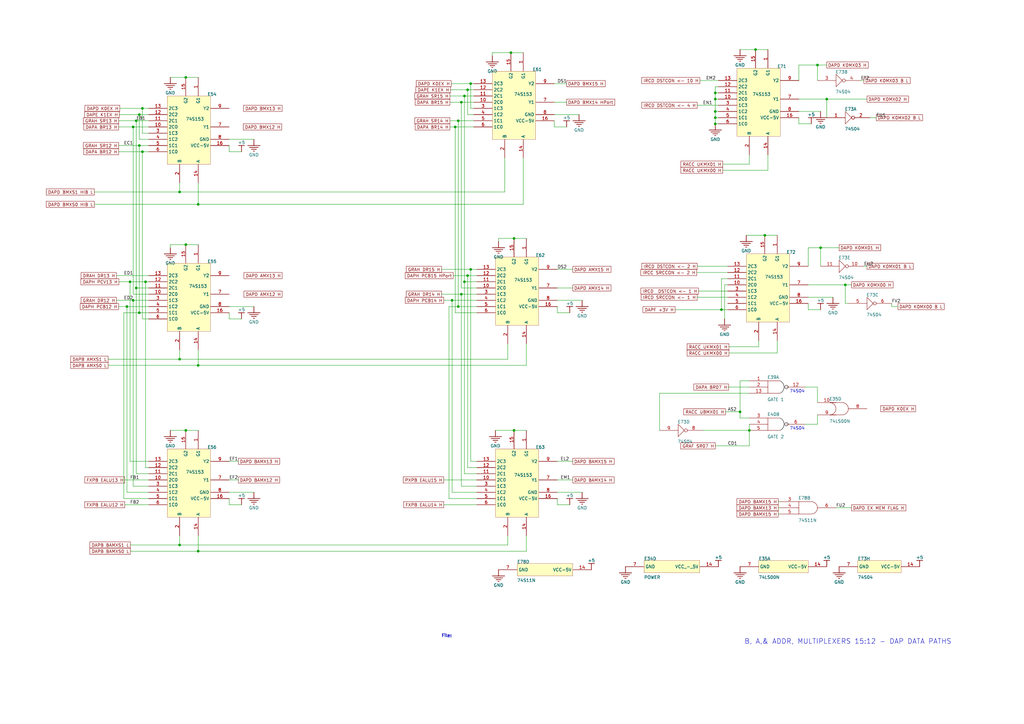
<source format=kicad_sch>
(kicad_sch (version 20250114) (generator "eeschema") (generator_version "9.0")
  (paper "A3")
  (title_block (title "B, A, & ADDR MULTIPLEXERS 15:12") (date "2025-01-19") (rev "1"))
  (lib_symbols
    (symbol "Untitled-altium-import:+5_BAR" (power)
      (property "Value" "+5" (at 0 -3.81 0))
      (symbol "+5_BAR_0_0"
        (polyline (pts (xy -1.27 -2.54) (xy 1.27 -2.54)) (stroke (width 0.254)))
        (polyline (pts (xy 0 0) (xy 0 -2.54)) (stroke (width 0.254)))
        (pin power_in line (at 0 0 0) (length 0) (hide yes) (name "+5") (number ""))
      )
    )
    (symbol "Untitled-altium-import:GND_POWER_GROUND" (power)
      (property "Value" "GND" (at 0 -6.35 0))
      (symbol "GND_POWER_GROUND_0_0"
        (polyline (pts (xy -2.54 -2.54) (xy 2.54 -2.54)) (stroke (width 0.254)))
        (polyline (pts (xy -1.778 -3.302) (xy 1.778 -3.302)) (stroke (width 0.254)))
        (polyline (pts (xy -1.016 -4.064) (xy 1.016 -4.064)) (stroke (width 0.254)))
        (polyline (pts (xy -0.254 -4.826) (xy 0.254 -4.826)) (stroke (width 0.254)))
        (polyline (pts (xy 0 0) (xy 0 -2.54)) (stroke (width 0.254)))
        (pin power_in line (at 0 0 0) (length 0) (hide yes) (name "GND") (number ""))
      )
    )
    (symbol "Untitled-altium-import:root_0_74LS00N"
      (symbol "root_0_74LS00N_1_0"
        (rectangle (start 20.32 5.08) (end 0 0) (stroke (width 0.0254) (color 128 0 0 1)) (fill (type background)))
        (pin passive line (at -7.62 2.54 0) (length 7.62) (name "GND") (number "7"))
        (pin passive line (at 27.94 2.54 180) (length 7.62) (name "VCC-5V") (number "14"))
      )
      (symbol "root_0_74LS00N_2_0"
        (polyline (pts (xy 0 5.08) (xy 5.08 5.08)))
        (arc (start 0.0939 5.0412) (mid 2.503 2.5416) (end 0.097 0.0389))
        (polyline (pts (xy 0 0) (xy 5.08 0)))
        (arc (start 5.1739 5.0412) (mid 7.583 2.5416) (end 5.177 0.0389))
        (pin passive line (at -5.08 5.08 0) (length 7.62) (name "A1") (number "1"))
        (pin passive line (at -5.08 0 0) (length 7.62) (name "B1") (number "2"))
        (pin passive line (at 15.24 2.54 180) (length 7.62) (name "Y1") (number "3"))
      )
      (symbol "root_0_74LS00N_3_0"
        (polyline (pts (xy 0 5.08) (xy 5.08 5.08)))
        (arc (start 0.0939 5.0412) (mid 2.503 2.5416) (end 0.097 0.0389))
        (polyline (pts (xy 0 0) (xy 5.08 0)))
        (arc (start 5.1739 5.0412) (mid 7.583 2.5416) (end 5.177 0.0389))
        (pin passive line (at -5.08 5.08 0) (length 7.62) (name "A2") (number "4"))
        (pin passive line (at -5.08 0 0) (length 7.62) (name "B2") (number "5"))
        (pin passive line (at 15.24 2.54 180) (length 7.62) (name "Y2") (number "6"))
      )
      (symbol "root_0_74LS00N_4_0"
        (polyline (pts (xy 0 5.08) (xy 5.08 5.08)))
        (arc (start 0.0939 5.0412) (mid 2.503 2.5416) (end 0.097 0.0389))
        (polyline (pts (xy 0 0) (xy 5.08 0)))
        (arc (start 5.1739 5.0412) (mid 7.583 2.5416) (end 5.177 0.0389))
        (pin passive line (at -5.08 5.08 0) (length 7.62) (name "B3") (number "10"))
        (pin passive line (at -5.08 0 0) (length 7.62) (name "A3") (number "9"))
        (pin passive line (at 15.24 2.54 180) (length 7.62) (name "Y3") (number "8"))
      )
      (symbol "root_0_74LS00N_5_0"
        (polyline (pts (xy 0 5.08) (xy 5.08 5.08)))
        (arc (start 0.0939 5.0412) (mid 2.503 2.5416) (end 0.097 0.0389))
        (polyline (pts (xy 0 0) (xy 5.08 0)))
        (arc (start 5.1739 5.0412) (mid 7.583 2.5416) (end 5.177 0.0389))
        (pin passive line (at -5.08 5.08 0) (length 7.62) (name "A4") (number "12"))
        (pin passive line (at -5.08 0 0) (length 7.62) (name "B4") (number "13"))
        (pin passive line (at 15.24 2.54 180) (length 7.62) (name "Y4") (number "11"))
      )
    )
    (symbol "Untitled-altium-import:root_0_74S04"
      (symbol "root_0_74S04_1_0"
        (polyline (pts (xy 7.62 -2.54) (xy 7.62 2.54) (xy 10.16 0) (xy 7.62 -2.54)))
        (pin input line (at 0 0 0) (length 7.62) (name "1A") (number "1"))
        (pin passive inverted (at 17.78 0 180) (length 7.62) (name "1Y") (number "2"))
      )
      (symbol "root_0_74S04_2_0"
        (polyline (pts (xy 7.62 -2.54) (xy 7.62 2.54) (xy 10.16 0) (xy 7.62 -2.54)))
        (pin input line (at 0 0 0) (length 7.62) (name "1A") (number "3"))
        (pin passive inverted (at 17.78 0 180) (length 7.62) (name "1Y") (number "4"))
      )
      (symbol "root_0_74S04_3_0"
        (polyline (pts (xy 7.62 -2.54) (xy 7.62 2.54) (xy 10.16 0) (xy 7.62 -2.54)))
        (pin input line (at 0 0 0) (length 7.62) (name "3A") (number "5"))
        (pin passive inverted (at 17.78 0 180) (length 7.62) (name "3Y") (number "6"))
      )
      (symbol "root_0_74S04_4_0"
        (polyline (pts (xy 7.62 -2.54) (xy 7.62 2.54) (xy 10.16 0) (xy 7.62 -2.54)))
        (pin input line (at 0 0 0) (length 7.62) (name "4A") (number "9"))
        (pin passive inverted (at 17.78 0 180) (length 7.62) (name "4Y") (number "8"))
      )
      (symbol "root_0_74S04_5_0"
        (polyline (pts (xy 7.62 -2.54) (xy 7.62 2.54) (xy 10.16 0) (xy 7.62 -2.54)))
        (pin input line (at 0 0 0) (length 7.62) (name "5A") (number "11"))
        (pin passive inverted (at 17.78 0 180) (length 7.62) (name "5Y") (number "10"))
      )
      (symbol "root_0_74S04_7_0"
        (polyline (pts (xy 7.62 -2.54) (xy 7.62 2.54) (xy 10.16 0) (xy 7.62 -2.54)))
        (pin input line (at 0 0 0) (length 7.62) (name "6A") (number "13"))
        (pin passive inverted (at 17.78 0 180) (length 7.62) (name "6Y") (number "12"))
      )
      (symbol "root_0_74S04_8_0"
        (rectangle (start 17.78 2.54) (end 0 -2.54) (stroke (width 0.0254) (color 128 0 0 1)) (fill (type background)))
        (pin passive line (at -7.62 0 0) (length 7.62) (name "GND") (number "7"))
        (pin passive line (at 25.4 0 180) (length 7.62) (name "VCC-5V") (number "14"))
      )
    )
    (symbol "Untitled-altium-import:root_0_74S10"
      (symbol "root_0_74S10_1_0"
        (polyline (pts (xy 0 5.08) (xy 5.08 5.08)))
        (polyline (pts (xy 0 5.08) (xy 0 0)))
        (polyline (pts (xy 0 0) (xy 5.08 0)))
        (arc (start 5.2061 4.9717) (mid 6.614 2.5424) (end 5.2102 0.1106) (stroke (width 0) (color 0 0 0 1)))
        (circle (center 7.62 2.54) (radius 0.702) (stroke (width 0) (color 0 0 0 1)))
        (pin passive line (at -7.62 5.08 0) (length 7.62) (name "A1") (number "1"))
        (pin passive line (at -7.62 2.54 0) (length 7.62) (name "B1") (number "2"))
        (pin passive line (at -7.62 0 0) (length 7.62) (name "C1") (number "13"))
        (pin passive line (at 15.24 2.54 180) (length 7.62) (name "Y1") (number "12"))
      )
      (symbol "root_0_74S10_2_0"
        (polyline (pts (xy 0 5.08) (xy 5.08 5.08)))
        (polyline (pts (xy 0 5.08) (xy 0 0)))
        (polyline (pts (xy 0 0) (xy 5.08 0)))
        (arc (start 5.2061 4.9717) (mid 6.614 2.5424) (end 5.2102 0.1106) (stroke (width 0) (color 0 0 0 1)))
        (circle (center 7.62 2.54) (radius 0.702) (stroke (width 0) (color 0 0 0 1)))
        (pin passive line (at -7.62 5.08 0) (length 7.62) (name "A2") (number "3"))
        (pin passive line (at -7.62 2.54 0) (length 7.62) (name "B2") (number "4"))
        (pin passive line (at -7.62 0 0) (length 7.62) (name "C2") (number "5"))
        (pin passive line (at 15.24 2.54 180) (length 7.62) (name "Y2") (number "6"))
      )
      (symbol "root_0_74S10_3_0"
        (polyline (pts (xy 0 5.08) (xy 0 0)))
        (polyline (pts (xy 0 5.08) (xy 5.08 5.08)))
        (polyline (pts (xy 0 0) (xy 5.08 0)))
        (arc (start 5.2061 4.9717) (mid 6.614 2.5424) (end 5.2102 0.1106) (stroke (width 0) (color 0 0 0 1)))
        (circle (center 7.62 2.54) (radius 0.702) (stroke (width 0) (color 0 0 0 1)))
        (pin passive line (at -7.62 5.08 0) (length 7.62) (name "A3") (number "9"))
        (pin passive line (at -7.62 2.54 0) (length 7.62) (name "B3") (number "10"))
        (pin passive line (at -7.62 0 0) (length 7.62) (name "C3") (number "11"))
        (pin passive line (at 15.24 2.54 180) (length 7.62) (name "Y3") (number "8"))
      )
      (symbol "root_0_74S10_4_0"
        (rectangle (start 22.86 5.08) (end 0 0) (stroke (width 0.0254) (color 128 0 0 1)) (fill (type background)))
        (pin passive line (at -7.62 2.54 0) (length 7.62) (name "GND") (number "7"))
        (pin passive line (at 30.48 2.54 180) (length 7.62) (name "VCC_-_5V") (number "14"))
      )
    )
    (symbol "Untitled-altium-import:root_0_74S11N"
      (symbol "root_0_74S11N_1_0"
        (polyline (pts (xy 50.8 25.4) (xy 45.72 25.4) (xy 45.72 20.32) (xy 50.8 20.32)))
        (arc (start 50.9279 25.3898) (mid 53.333 22.8614) (end 50.9307 20.3304))
        (pin passive line (at 38.1 25.4 0) (length 7.62) (name "1A") (number "1"))
        (pin passive line (at 38.1 22.86 0) (length 7.62) (name "1B") (number "2"))
        (pin passive line (at 38.1 20.32 0) (length 7.62) (name "1C") (number "13"))
        (pin passive line (at 60.96 22.86 180) (length 7.62) (name "1Y") (number "12"))
      )
      (symbol "root_0_74S11N_2_0"
        (polyline (pts (xy 5.08 5.08) (xy 0 5.08) (xy 0 0) (xy 5.08 0)))
        (arc (start 5.2079 5.0698) (mid 7.613 2.5414) (end 5.2107 0.0104))
        (pin passive line (at -7.62 5.08 0) (length 7.62) (name "2A") (number "3"))
        (pin passive line (at -7.62 2.54 0) (length 7.62) (name "2B") (number "4"))
        (pin passive line (at -7.62 0 0) (length 7.62) (name "2C") (number "5"))
        (pin passive line (at 15.24 2.54 180) (length 7.62) (name "2Y") (number "6"))
      )
      (symbol "root_0_74S11N_3_0"
        (polyline (pts (xy 5.08 5.08) (xy 0 5.08) (xy 0 0) (xy 5.08 0)))
        (arc (start 5.2079 5.0698) (mid 7.613 2.5414) (end 5.2107 0.0104))
        (pin passive line (at -7.62 5.08 0) (length 7.62) (name "3A") (number "9"))
        (pin passive line (at -7.62 2.54 0) (length 7.62) (name "3B") (number "10"))
        (pin passive line (at -7.62 0 0) (length 7.62) (name "3C") (number "11"))
        (pin passive line (at 15.24 2.54 180) (length 7.62) (name "3Y") (number "8"))
      )
      (symbol "root_0_74S11N_4_0"
        (rectangle (start 22.86 5.08) (end 0 0) (stroke (width 0.0254) (color 128 0 0 1)) (fill (type background)))
        (pin passive line (at -7.62 2.54 0) (length 7.62) (name "GND") (number "7"))
        (pin passive line (at 30.48 2.54 180) (length 7.62) (name "VCC-5V") (number "14"))
      )
    )
    (symbol "Untitled-altium-import:root_0_74S153"
      (symbol "root_0_74S153_1_0"
        (rectangle (start 27.94 27.94) (end 10.16 0) (stroke (width 0.0254) (color 128 0 0 1)) (fill (type background)))
        (pin passive line (at 2.54 22.86 0) (length 7.62) (name "2C3") (number "13"))
        (pin passive line (at 2.54 20.32 0) (length 7.62) (name "2C2") (number "12"))
        (pin passive line (at 2.54 17.78 0) (length 7.62) (name "2C1") (number "11"))
        (pin passive line (at 2.54 15.24 0) (length 7.62) (name "2C0") (number "10"))
        (pin passive line (at 2.54 12.7 0) (length 7.62) (name "1C3") (number "3"))
        (pin passive line (at 2.54 10.16 0) (length 7.62) (name "1C2") (number "4"))
        (pin passive line (at 2.54 7.62 0) (length 7.62) (name "1C1") (number "5"))
        (pin passive line (at 2.54 5.08 0) (length 7.62) (name "1C0") (number "6"))
        (pin passive line (at 15.24 -7.62 90) (length 7.62) (name "B") (number "2"))
        (pin passive line (at 17.78 35.56 270) (length 7.62) (name "G2") (number "15"))
        (pin passive line (at 22.86 35.56 270) (length 7.62) (name "G1") (number "1"))
        (pin passive line (at 22.86 -7.62 90) (length 7.62) (name "A") (number "14"))
        (pin passive line (at 35.56 22.86 180) (length 7.62) (name "Y2") (number "9"))
        (pin passive line (at 35.56 15.24 180) (length 7.62) (name "Y1") (number "7"))
        (pin passive line (at 35.56 10.16 180) (length 7.62) (name "GND") (number "8"))
        (pin passive line (at 35.56 7.62 180) (length 7.62) (name "VCC-5V") (number "16"))
      )
    )
  )
  (text "File:" (at 181.015 261.62 0) (effects (font (size 1.27 1.27) (thickness 0.254) (bold yes)) (justify left bottom)))
  (text "74S04" (at 323.85 161.29 0) (effects (font (size 1.27 1.27)) (justify left bottom)))
  (text "74S04" (at 471.17 306.07 0) (effects (font (size 1.27 1.27)) (justify left bottom)))
  (text "74S04" (at 323.85 176.53 0) (effects (font (size 1.27 1.27)) (justify left bottom)))
  (text "B, A,& ADDR, MULTIPLEXERS 15:12 - DAP DATA PATHS" (at 305.308 264.414 0) (effects (font (size 2.032 2.032)) (justify left bottom)))
  (junction (at 52.07 125.73))
  (junction (at 57.15 46.99))
  (junction (at 73.66 223.52))
  (junction (at 187.96 49.53))
  (junction (at 190.5 39.37))
  (junction (at 53.34 115.57))
  (junction (at 303.53 168.91))
  (junction (at 307.34 176.53))
  (junction (at 76.2 100.33))
  (junction (at 54.61 123.19))
  (junction (at 293.37 50.8))
  (junction (at 210.82 176.53))
  (junction (at 335.28 26.67))
  (junction (at 313.69 96.52))
  (junction (at 293.37 45.72))
  (junction (at 81.28 149.86))
  (junction (at 76.2 31.75))
  (junction (at 336.55 101.6))
  (junction (at 58.42 44.45))
  (junction (at 191.77 36.83))
  (junction (at 293.37 48.26))
  (junction (at 186.69 52.07))
  (junction (at 193.04 110.49))
  (junction (at 81.28 226.06))
  (junction (at 190.5 115.57))
  (junction (at 346.71 116.84))
  (junction (at 55.88 49.53))
  (junction (at 59.69 115.57))
  (junction (at 58.42 62.23))
  (junction (at 76.2 176.53))
  (junction (at 81.28 83.82))
  (junction (at 73.66 78.74))
  (junction (at 73.66 147.32))
  (junction (at 293.37 40.64))
  (junction (at 189.23 120.65))
  (junction (at 210.82 97.79))
  (junction (at 309.88 20.32))
  (junction (at 295.91 127))
  (junction (at 185.42 123.19))
  (junction (at 209.55 21.59))
  (junction (at 193.04 34.29))
  (junction (at 293.37 38.1))
  (junction (at 55.88 118.11))
  (junction (at 54.61 52.07))
  (junction (at 57.15 59.69))
  (junction (at 191.77 113.03))
  (junction (at 189.23 41.91))
  (junction (at 339.09 40.64))
  (junction (at 57.15 128.27))
  (junction (at 187.96 125.73))
  (wire (pts (xy 215.9 226.06) (xy 215.9 219.71)))
  (wire (pts (xy 186.69 128.27) (xy 195.58 128.27)))
  (wire (pts (xy 59.69 115.57) (xy 60.96 115.57)))
  (wire (pts (xy 187.96 125.73) (xy 195.58 125.73)))
  (wire (pts (xy 189.23 41.91) (xy 189.23 118.11)))
  (wire (pts (xy 184.786 36.83) (xy 191.77 36.83)))
  (wire (pts (xy 227.33 52.07) (xy 227.33 49.53)))
  (wire (pts (xy 53.34 115.57) (xy 59.69 115.57)))
  (wire (pts (xy 309.88 20.32) (xy 314.96 20.32)))
  (wire (pts (xy 285.922 43.18) (xy 294.64 43.18)))
  (wire (pts (xy 182 123.19) (xy 185.42 123.19)))
  (wire (pts (xy 190.5 115.57) (xy 190.5 194.31)))
  (wire (pts (xy 331.47 101.6) (xy 336.55 101.6)))
  (wire (pts (xy 294.64 35.56) (xy 293.37 35.56)))
  (wire (pts (xy 303.53 20.32) (xy 309.88 20.32)))
  (wire (pts (xy 81.28 226.06) (xy 215.9 226.06)))
  (wire (pts (xy 234.95 189.23) (xy 228.6 189.23)))
  (wire (pts (xy 193.04 44.45) (xy 194.31 44.45)))
  (wire (pts (xy 81.28 83.82) (xy 214.63 83.82)))
  (wire (pts (xy 73.66 78.74) (xy 207.01 78.74)))
  (wire (pts (xy 104.14 57.15) (xy 93.98 57.15)))
  (wire (pts (xy 47.755 123.19) (xy 54.61 123.19)))
  (wire (pts (xy 285.925 121.92) (xy 298.45 121.92)))
  (wire (pts (xy 81.28 100.33) (xy 76.2 100.33)))
  (wire (pts (xy 233.68 128.27) (xy 228.6 128.27)))
  (wire (pts (xy 327.66 50.8) (xy 327.66 48.26)))
  (wire (pts (xy 339.09 40.64) (xy 355.6 40.64)))
  (wire (pts (xy 319.166 210.82) (xy 320.04 210.82)))
  (wire (pts (xy 50.8 204.47) (xy 60.96 204.47)))
  (wire (pts (xy 294.64 38.1) (xy 293.37 38.1)))
  (wire (pts (xy 232.41 41.91) (xy 227.33 41.91)))
  (wire (pts (xy 93.98 62.23) (xy 93.98 59.69)))
  (wire (pts (xy 69.85 100.33) (xy 69.85 101.6)))
  (wire (pts (xy 184.15 204.47) (xy 195.58 204.47)))
  (wire (pts (xy 81.28 219.71) (xy 81.28 226.06)))
  (wire (pts (xy 58.42 62.23) (xy 58.42 130.81)))
  (wire (pts (xy 237.49 46.99) (xy 227.33 46.99)))
  (wire (pts (xy 52.07 125.73) (xy 60.96 125.73)))
  (wire (pts (xy 55.88 118.11) (xy 60.96 118.11)))
  (wire (pts (xy 99.06 62.23) (xy 93.98 62.23)))
  (wire (pts (xy 59.69 115.57) (xy 59.69 191.77)))
  (wire (pts (xy 185.874 113.03) (xy 191.77 113.03)))
  (wire (pts (xy 187.96 49.53) (xy 194.31 49.53)))
  (wire (pts (xy 38.695 78.74) (xy 73.66 78.74)))
  (wire (pts (xy 54.61 52.07) (xy 54.61 120.65)))
  (wire (pts (xy 294.64 48.26) (xy 293.37 48.26)))
  (wire (pts (xy 73.66 78.74) (xy 73.66 74.93)))
  (wire (pts (xy 184.534 39.37) (xy 190.5 39.37)))
  (wire (pts (xy 191.77 36.83) (xy 191.77 46.99)))
  (wire (pts (xy 187.96 49.53) (xy 187.96 125.73)))
  (wire (pts (xy 232.41 34.29) (xy 227.33 34.29)))
  (wire (pts (xy 295.91 127) (xy 298.45 127)))
  (wire (pts (xy 307.34 176.53) (xy 307.34 173.99)))
  (wire (pts (xy 48.644 49.53) (xy 55.88 49.53)))
  (wire (pts (xy 81.28 149.86) (xy 81.28 143.51)))
  (wire (pts (xy 208.28 223.52) (xy 208.28 219.71)))
  (wire (pts (xy 48.644 52.07) (xy 54.61 52.07)))
  (wire (pts (xy 191.77 36.83) (xy 194.31 36.83)))
  (wire (pts (xy 47.755 113.03) (xy 60.96 113.03)))
  (wire (pts (xy 346.71 116.84) (xy 349.25 116.84)))
  (wire (pts (xy 190.5 115.57) (xy 195.58 115.57)))
  (wire (pts (xy 298.974 144.78) (xy 318.77 144.78)))
  (wire (pts (xy 73.66 223.52) (xy 208.28 223.52)))
  (wire (pts (xy 51.192 207.01) (xy 60.96 207.01)))
  (wire (pts (xy 58.42 44.45) (xy 58.42 54.61)))
  (wire (pts (xy 57.15 128.27) (xy 50.8 128.27)))
  (wire (pts (xy 285.922 109.22) (xy 298.45 109.22)))
  (wire (pts (xy 293.373 182.88) (xy 307.34 182.88)))
  (wire (pts (xy 52.07 125.73) (xy 52.07 201.93)))
  (wire (pts (xy 306.07 96.52) (xy 313.69 96.52)))
  (wire (pts (xy 346.71 124.46) (xy 347.98 124.46)))
  (wire (pts (xy 332.74 50.8) (xy 327.66 50.8)))
  (wire (pts (xy 295.91 114.3) (xy 295.91 127)))
  (wire (pts (xy 276.877 127) (xy 295.91 127)))
  (wire (pts (xy 97.79 189.23) (xy 93.98 189.23)))
  (wire (pts (xy 57.15 46.99) (xy 60.96 46.99)))
  (wire (pts (xy 298.45 158.75) (xy 307.34 158.75)))
  (wire (pts (xy 185.42 201.93) (xy 195.58 201.93)))
  (wire (pts (xy 359.41 48.26) (xy 356.87 48.26)))
  (wire (pts (xy 285.798 111.76) (xy 298.45 111.76)))
  (wire (pts (xy 307.34 156.21) (xy 303.53 156.21)))
  (wire (pts (xy 293.37 40.64) (xy 293.37 45.72)))
  (wire (pts (xy 354.33 33.02) (xy 353.06 33.02)))
  (wire (pts (xy 331.47 127) (xy 331.47 124.46)))
  (wire (pts (xy 182.002 207.01) (xy 195.58 207.01)))
  (wire (pts (xy 81.28 74.93) (xy 81.28 83.82)))
  (wire (pts (xy 99.06 207.01) (xy 93.98 207.01)))
  (wire (pts (xy 187.96 125.73) (xy 184.15 125.73)))
  (wire (pts (xy 73.66 219.71) (xy 73.66 223.52)))
  (wire (pts (xy 57.15 46.99) (xy 57.15 57.15)))
  (wire (pts (xy 331.47 116.84) (xy 346.71 116.84)))
  (wire (pts (xy 48.644 59.69) (xy 57.15 59.69)))
  (wire (pts (xy 54.61 199.39) (xy 60.96 199.39)))
  (wire (pts (xy 298.45 116.84) (xy 297.18 116.84)))
  (wire (pts (xy 186.69 52.07) (xy 194.31 52.07)))
  (wire (pts (xy 293.37 45.72) (xy 293.37 48.26)))
  (wire (pts (xy 69.85 31.75) (xy 76.2 31.75)))
  (wire (pts (xy 181.105 120.65) (xy 189.23 120.65)))
  (wire (pts (xy 365.76 124.46) (xy 365.76 125.73)))
  (wire (pts (xy 297.578 168.91) (xy 303.53 168.91)))
  (wire (pts (xy 311.15 142.24) (xy 311.15 139.7)))
  (wire (pts (xy 191.77 191.77) (xy 195.58 191.77)))
  (wire (pts (xy 184.534 41.91) (xy 189.23 41.91)))
  (wire (pts (xy 76.2 176.53) (xy 81.28 176.53)))
  (wire (pts (xy 54.61 123.19) (xy 54.61 199.39)))
  (wire (pts (xy 185.42 123.19) (xy 195.58 123.19)))
  (wire (pts (xy 346.71 116.84) (xy 346.71 124.46)))
  (wire (pts (xy 57.15 59.69) (xy 60.96 59.69)))
  (wire (pts (xy 81.28 149.86) (xy 215.9 149.86)))
  (wire (pts (xy 57.15 128.27) (xy 60.96 128.27)))
  (wire (pts (xy 44.331 147.32) (xy 73.66 147.32)))
  (wire (pts (xy 190.5 39.37) (xy 194.31 39.37)))
  (wire (pts (xy 270.51 176.53) (xy 270.51 161.29)))
  (wire (pts (xy 201.93 22.86) (xy 201.93 21.59)))
  (wire (pts (xy 307.34 67.31) (xy 307.34 63.5)))
  (wire (pts (xy 228.6 207.01) (xy 228.6 204.47)))
  (wire (pts (xy 189.23 199.39) (xy 195.58 199.39)))
  (wire (pts (xy 53.481 226.06) (xy 81.28 226.06)))
  (wire (pts (xy 38.695 83.82) (xy 81.28 83.82)))
  (wire (pts (xy 293.37 35.56) (xy 293.37 38.1)))
  (wire (pts (xy 209.55 21.59) (xy 214.63 21.59)))
  (wire (pts (xy 99.06 130.81) (xy 93.98 130.81)))
  (wire (pts (xy 210.82 97.79) (xy 215.9 97.79)))
  (wire (pts (xy 365.76 125.73) (xy 368.3 125.73)))
  (wire (pts (xy 73.66 147.32) (xy 73.66 143.51)))
  (wire (pts (xy 341.63 121.92) (xy 331.47 121.92)))
  (wire (pts (xy 55.88 194.31) (xy 60.96 194.31)))
  (wire (pts (xy 339.09 48.26) (xy 339.09 40.64)))
  (wire (pts (xy 303.53 156.21) (xy 303.53 168.91)))
  (wire (pts (xy 51.192 196.85) (xy 60.96 196.85)))
  (wire (pts (xy 215.9 149.86) (xy 215.9 140.97)))
  (wire (pts (xy 319.166 205.74) (xy 320.04 205.74)))
  (wire (pts (xy 330.2 158.75) (xy 335.28 158.75)))
  (wire (pts (xy 58.42 62.23) (xy 60.96 62.23)))
  (wire (pts (xy 54.61 123.19) (xy 60.96 123.19)))
  (wire (pts (xy 298.45 114.3) (xy 295.91 114.3)))
  (wire (pts (xy 336.55 101.6) (xy 344.17 101.6)))
  (wire (pts (xy 238.76 123.19) (xy 228.6 123.19)))
  (wire (pts (xy 294.64 45.72) (xy 293.37 45.72)))
  (wire (pts (xy 193.04 34.29) (xy 193.04 44.45)))
  (wire (pts (xy 53.34 115.57) (xy 53.34 189.23)))
  (wire (pts (xy 189.23 41.91) (xy 194.31 41.91)))
  (wire (pts (xy 335.28 33.02) (xy 335.28 26.67)))
  (wire (pts (xy 104.14 201.93) (xy 93.98 201.93)))
  (wire (pts (xy 335.28 158.75) (xy 335.28 165.1)))
  (wire (pts (xy 270.51 161.29) (xy 307.34 161.29)))
  (wire (pts (xy 58.42 54.61) (xy 60.96 54.61)))
  (wire (pts (xy 97.79 196.85) (xy 93.98 196.85)))
  (wire (pts (xy 296.434 69.85) (xy 314.96 69.85)))
  (wire (pts (xy 48.644 62.23) (xy 58.42 62.23)))
  (wire (pts (xy 181.105 110.49) (xy 193.04 110.49)))
  (wire (pts (xy 313.69 96.52) (xy 318.77 96.52)))
  (wire (pts (xy 55.88 118.11) (xy 55.88 194.31)))
  (wire (pts (xy 335.28 173.99) (xy 335.28 170.18)))
  (wire (pts (xy 318.77 144.78) (xy 318.77 139.7)))
  (wire (pts (xy 184.534 49.53) (xy 187.96 49.53)))
  (wire (pts (xy 193.04 110.49) (xy 193.04 189.23)))
  (wire (pts (xy 204.47 97.79) (xy 210.82 97.79)))
  (wire (pts (xy 232.41 52.07) (xy 227.33 52.07)))
  (wire (pts (xy 185.42 123.19) (xy 185.42 201.93)))
  (wire (pts (xy 286.496 119.38) (xy 298.45 119.38)))
  (wire (pts (xy 207.01 78.74) (xy 207.01 64.77)))
  (wire (pts (xy 186.69 52.07) (xy 186.69 128.27)))
  (wire (pts (xy 330.2 173.99) (xy 335.28 173.99)))
  (wire (pts (xy 319.166 208.28) (xy 320.04 208.28)))
  (wire (pts (xy 228.6 128.27) (xy 228.6 125.73)))
  (wire (pts (xy 44.331 149.86) (xy 81.28 149.86)))
  (wire (pts (xy 53.481 223.52) (xy 73.66 223.52)))
  (wire (pts (xy 76.2 31.75) (xy 81.28 31.75)))
  (wire (pts (xy 191.77 46.99) (xy 194.31 46.99)))
  (wire (pts (xy 303.53 168.91) (xy 303.53 171.45)))
  (wire (pts (xy 335.28 26.67) (xy 339.09 26.67)))
  (wire (pts (xy 73.66 147.32) (xy 208.28 147.32)))
  (wire (pts (xy 297.18 116.84) (xy 297.18 130.81)))
  (wire (pts (xy 214.63 83.82) (xy 214.63 64.77)))
  (wire (pts (xy 191.77 113.03) (xy 191.77 191.77)))
  (wire (pts (xy 104.14 125.73) (xy 93.98 125.73)))
  (wire (pts (xy 314.96 69.85) (xy 314.96 63.5)))
  (wire (pts (xy 210.82 176.53) (xy 215.9 176.53)))
  (wire (pts (xy 234.95 196.85) (xy 228.6 196.85)))
  (wire (pts (xy 288.29 176.53) (xy 307.34 176.53)))
  (wire (pts (xy 184.15 125.73) (xy 184.15 204.47)))
  (wire (pts (xy 48.896 46.99) (xy 57.15 46.99)))
  (wire (pts (xy 55.88 49.53) (xy 60.96 49.53)))
  (wire (pts (xy 48.65 125.73) (xy 52.07 125.73)))
  (wire (pts (xy 336.55 45.72) (xy 327.66 45.72)))
  (wire (pts (xy 354.33 109.22) (xy 355.6 109.22)))
  (wire (pts (xy 52.07 201.93) (xy 60.96 201.93)))
  (wire (pts (xy 58.42 130.81) (xy 60.96 130.81)))
  (wire (pts (xy 293.37 48.26) (xy 293.37 50.8)))
  (wire (pts (xy 93.98 207.01) (xy 93.98 204.47)))
  (wire (pts (xy 203.2 176.53) (xy 210.82 176.53)))
  (wire (pts (xy 193.04 34.29) (xy 194.31 34.29)))
  (wire (pts (xy 193.04 110.49) (xy 195.58 110.49)))
  (wire (pts (xy 307.34 182.88) (xy 307.34 176.53)))
  (wire (pts (xy 49.151 44.45) (xy 58.42 44.45)))
  (wire (pts (xy 293.37 38.1) (xy 293.37 40.64)))
  (wire (pts (xy 234.95 118.11) (xy 228.6 118.11)))
  (wire (pts (xy 93.98 130.81) (xy 93.98 128.27)))
  (wire (pts (xy 184.534 52.07) (xy 186.69 52.07)))
  (wire (pts (xy 331.47 109.22) (xy 331.47 101.6)))
  (wire (pts (xy 234.95 110.49) (xy 228.6 110.49)))
  (wire (pts (xy 327.66 26.67) (xy 335.28 26.67)))
  (wire (pts (xy 76.2 100.33) (xy 69.85 100.33)))
  (wire (pts (xy 327.66 33.02) (xy 327.66 26.67)))
  (wire (pts (xy 349.25 208.28) (xy 342.9 208.28)))
  (wire (pts (xy 293.37 50.8) (xy 294.64 50.8)))
  (wire (pts (xy 193.04 189.23) (xy 195.58 189.23)))
  (wire (pts (xy 55.88 49.53) (xy 55.88 118.11)))
  (wire (pts (xy 48.776 115.57) (xy 53.34 115.57)))
  (wire (pts (xy 53.34 189.23) (xy 60.96 189.23)))
  (wire (pts (xy 238.76 201.93) (xy 228.6 201.93)))
  (wire (pts (xy 303.53 171.45) (xy 307.34 171.45)))
  (wire (pts (xy 59.69 191.77) (xy 60.96 191.77)))
  (wire (pts (xy 57.15 57.15) (xy 60.96 57.15)))
  (wire (pts (xy 54.61 52.07) (xy 60.96 52.07)))
  (wire (pts (xy 296.434 67.31) (xy 307.34 67.31)))
  (wire (pts (xy 190.5 39.37) (xy 190.5 115.57)))
  (wire (pts (xy 294.64 40.64) (xy 293.37 40.64)))
  (wire (pts (xy 298.974 142.24) (xy 311.15 142.24)))
  (wire (pts (xy 201.93 21.59) (xy 209.55 21.59)))
  (wire (pts (xy 185.041 34.29) (xy 193.04 34.29)))
  (wire (pts (xy 204.47 99.06) (xy 204.47 97.79)))
  (wire (pts (xy 182.002 196.85) (xy 195.58 196.85)))
  (wire (pts (xy 287.069 33.02) (xy 294.64 33.02)))
  (wire (pts (xy 54.61 120.65) (xy 60.96 120.65)))
  (wire (pts (xy 336.55 109.22) (xy 336.55 101.6)))
  (wire (pts (xy 50.8 128.27) (xy 50.8 204.47)))
  (wire (pts (xy 69.85 176.53) (xy 76.2 176.53)))
  (wire (pts (xy 327.66 40.64) (xy 339.09 40.64)))
  (wire (pts (xy 191.77 113.03) (xy 195.58 113.03)))
  (wire (pts (xy 189.23 120.65) (xy 195.58 120.65)))
  (wire (pts (xy 208.28 147.32) (xy 208.28 140.97)))
  (wire (pts (xy 233.68 207.01) (xy 228.6 207.01)))
  (wire (pts (xy 189.23 118.11) (xy 195.58 118.11)))
  (wire (pts (xy 189.23 120.65) (xy 189.23 199.39)))
  (wire (pts (xy 58.42 44.45) (xy 60.96 44.45)))
  (wire (pts (xy 336.55 127) (xy 331.47 127)))
  (wire (pts (xy 190.5 194.31) (xy 195.58 194.31)))
  (wire (pts (xy 57.15 59.69) (xy 57.15 128.27)))
  (label "EN1" (at 288.29 43.18 0))
  (label "EF1" (at 93.98 189.23 0))
  (label "EB1" (at 55.88 49.53 0))
  (label "DS2" (at 228.6 110.49 0))
  (label "FV2" (at 365.76 124.46 0))
  (label "EM1" (at 229.87 196.85 0))
  (label "ED1" (at 50.8 113.03 0))
  (label "CD1" (at 298.45 182.88 0))
  (label "ED2" (at 50.8 123.19 0))
  (label "AS2" (at 298.45 168.91 0))
  (label "EU2" (at 354.33 109.22 0))
  (label "FB2" (at 53.34 207.01 0))
  (label "FU2" (at 342.9 208.28 0))
  (label "EF2" (at 93.98 196.85 0))
  (label "EM2" (at 289.56 33.02 0))
  (label "DS1" (at 228.6 34.29 0))
  (label "EC1" (at 50.8 59.69 0))
  (label "EU1" (at 359.41 48.26 0))
  (label "FB1" (at 53.34 196.85 0))
  (label "EL2" (at 229.87 189.23 0))
  (label "ET2" (at 353.06 33.02 0))
  (global_label "DAPB BAMXS1 L" (shape passive) (at 53.481 223.52 180) (property "Intersheetrefs" "${INTERSHEET_REFS}" (at 36.3067 223.52 0) (effects (justify right))))
  (global_label "DAPH PCV13 H" (shape passive) (at 48.776 115.57 180) (property "Intersheetrefs" "${INTERSHEET_REFS}" (at 32.6297 115.57 0) (effects (justify right))))
  (global_label "GRAH DR14 H" (shape passive) (at 181.105 120.65 180) (property "Intersheetrefs" "${INTERSHEET_REFS}" (at 166.0473 120.65 0) (effects (justify right))))
  (global_label "DAPD K0MX01 H" (shape passive) (at 344.17 101.6 0) (property "Intersheetrefs" "${INTERSHEET_REFS}" (at 361.7676 101.6 0) (effects (justify left))))
  (global_label "DAPD BMX15 H" (shape passive) (at 232.41 34.29 0) (property "Intersheetrefs" "${INTERSHEET_REFS}" (at 248.7981 34.29 0) (effects (justify left))))
  (global_label "DAPA BR14 H" (shape passive) (at 184.534 52.07 180) (property "Intersheetrefs" "${INTERSHEET_REFS}" (at 169.7182 52.07 0) (effects (justify right))))
  (global_label "DAPD K0MX03 H" (shape passive) (at 339.09 26.67 0) (property "Intersheetrefs" "${INTERSHEET_REFS}" (at 356.6876 26.67 0) (effects (justify left))))
  (global_label "IRCD DSTCON <- 4 H" (shape passive) (at 285.922 43.18 180) (property "Intersheetrefs" "${INTERSHEET_REFS}" (at 262.7 43.18 0) (effects (justify right))))
  (global_label "IRCD  DSTCON <- 1 H" (shape passive) (at 286.496 119.38 180) (property "Intersheetrefs" "${INTERSHEET_REFS}" (at 262.3064 119.38 0) (effects (justify right))))
  (global_label "FXPB EALU12 H" (shape passive) (at 51.192 207.01 180) (property "Intersheetrefs" "${INTERSHEET_REFS}" (at 34.1991 207.01 0) (effects (justify right))))
  (global_label "DAPH PCB14 H" (shape passive) (at 182 123.19 180) (property "Intersheetrefs" "${INTERSHEET_REFS}" (at 165.6723 123.19 0) (effects (justify right))))
  (global_label "IRCC SRCCON <- 2 H" (shape passive) (at 285.798 111.76 180) (property "Intersheetrefs" "${INTERSHEET_REFS}" (at 262.2736 111.76 0) (effects (justify right))))
  (global_label "GRAH DR12 H" (shape passive) (at 47.755 123.19 180) (property "Intersheetrefs" "${INTERSHEET_REFS}" (at 32.6973 123.19 0) (effects (justify right))))
  (global_label "RACC UKMX01 H" (shape passive) (at 296.434 67.31 180) (property "Intersheetrefs" "${INTERSHEET_REFS}" (at 278.7154 67.31 0) (effects (justify right))))
  (global_label "PXPB EALU15 H" (shape passive) (at 182.002 196.85 180) (property "Intersheetrefs" "${INTERSHEET_REFS}" (at 164.8277 196.85 0) (effects (justify right))))
  (global_label "RACC UKMX01 H" (shape passive) (at 298.974 142.24 180) (property "Intersheetrefs" "${INTERSHEET_REFS}" (at 281.2554 142.24 0) (effects (justify right))))
  (global_label "DAPD K0MX02 B L" (shape passive) (at 359.41 48.26 0) (property "Intersheetrefs" "${INTERSHEET_REFS}" (at 378.9428 48.26 0) (effects (justify left))))
  (global_label "DAPE K1EX H" (shape passive) (at 48.896 46.99 180) (property "Intersheetrefs" "${INTERSHEET_REFS}" (at 34.1408 46.99 0) (effects (justify right))))
  (global_label "FXPB EALU14 H" (shape passive) (at 182.002 207.01 180) (property "Intersheetrefs" "${INTERSHEET_REFS}" (at 165.0091 207.01 0) (effects (justify right))))
  (global_label "DRAH DR13 H" (shape passive) (at 47.755 113.03 180) (property "Intersheetrefs" "${INTERSHEET_REFS}" (at 32.6973 113.03 0) (effects (justify right))))
  (global_label "DAPD K0EX H" (shape passive) (at 185.041 34.29 180) (property "Intersheetrefs" "${INTERSHEET_REFS}" (at 170.1648 34.29 0) (effects (justify right))))
  (global_label "DAPH PCB12 H" (shape passive) (at 48.65 125.73 180) (property "Intersheetrefs" "${INTERSHEET_REFS}" (at 32.3223 125.73 0) (effects (justify right))))
  (global_label "GRAH SR15 H" (shape passive) (at 184.534 39.37 180) (property "Intersheetrefs" "${INTERSHEET_REFS}" (at 169.5368 39.37 0) (effects (justify right))))
  (global_label "DAPD BAMX13 H" (shape passive) (at 319.166 208.28 180) (property "Intersheetrefs" "${INTERSHEET_REFS}" (at 301.6893 208.28 0) (effects (justify right))))
  (global_label "IRCD DSTCON <- 10 H" (shape passive) (at 287.069 33.02 180) (property "Intersheetrefs" "${INTERSHEET_REFS}" (at 262.6375 33.02 0) (effects (justify right))))
  (global_label "DAPE K1EX H" (shape passive) (at 184.786 36.83 180) (property "Intersheetrefs" "${INTERSHEET_REFS}" (at 170.0308 36.83 0) (effects (justify right))))
  (global_label "IRCD SRCCON <- 1 H" (shape passive) (at 285.925 121.92 180) (property "Intersheetrefs" "${INTERSHEET_REFS}" (at 262.4006 121.92 0) (effects (justify right))))
  (global_label "DAPD K0MX03 B L" (shape passive) (at 354.33 33.02 0) (property "Intersheetrefs" "${INTERSHEET_REFS}" (at 373.8628 33.02 0) (effects (justify left))))
  (global_label "DAPD K0MX01 B L" (shape passive) (at 355.6 109.22 0) (property "Intersheetrefs" "${INTERSHEET_REFS}" (at 375.1328 109.22 0) (effects (justify left))))
  (global_label "GRAH DR15 H" (shape passive) (at 181.105 110.49 180) (property "Intersheetrefs" "${INTERSHEET_REFS}" (at 166.0473 110.49 0) (effects (justify right))))
  (global_label "DAPD K0MX00 B L" (shape passive) (at 368.3 125.73 0) (property "Intersheetrefs" "${INTERSHEET_REFS}" (at 387.8328 125.73 0) (effects (justify left))))
  (global_label "RACC UKMX00 H" (shape passive) (at 296.434 69.85 180) (property "Intersheetrefs" "${INTERSHEET_REFS}" (at 278.7154 69.85 0) (effects (justify right))))
  (global_label "DAPD K0EX H" (shape passive) (at 375.541 167.64 180) (property "Intersheetrefs" "${INTERSHEET_REFS}" (at 360.6648 167.64 0) (effects (justify right))))
  (global_label "DAPB AMXS1 L" (shape passive) (at 44.331 147.32 180) (property "Intersheetrefs" "${INTERSHEET_REFS}" (at 28.4267 147.32 0) (effects (justify right))))
  (global_label "GRAF SR07 H" (shape passive) (at 293.373 182.88 180) (property "Intersheetrefs" "${INTERSHEET_REFS}" (at 278.6177 182.88 0) (effects (justify right))))
  (global_label "RACC UKMX00 H" (shape passive) (at 298.974 144.78 180) (property "Intersheetrefs" "${INTERSHEET_REFS}" (at 281.2554 144.78 0) (effects (justify right))))
  (global_label "FXPB EALU13 H" (shape passive) (at 51.192 196.85 180) (property "Intersheetrefs" "${INTERSHEET_REFS}" (at 34.1991 196.85 0) (effects (justify right))))
  (global_label "DAPA BR12 H" (shape passive) (at 48.644 62.23 180) (property "Intersheetrefs" "${INTERSHEET_REFS}" (at 33.8282 62.23 0) (effects (justify right))))
  (global_label "RACC UBMX01 H" (shape passive) (at 297.578 168.91 180) (property "Intersheetrefs" "${INTERSHEET_REFS}" (at 279.8594 168.91 0) (effects (justify right))))
  (global_label "DAPD BAMX15 H" (shape passive) (at 319.166 210.82 180) (property "Intersheetrefs" "${INTERSHEET_REFS}" (at 301.6893 210.82 0) (effects (justify right))))
  (global_label "DAPD AMX13 H" (shape passive) (at 115.707 113.03 180) (property "Intersheetrefs" "${INTERSHEET_REFS}" (at 99.5003 113.03 0) (effects (justify right))))
  (global_label "GRAH SR13 H" (shape passive) (at 48.644 49.53 180) (property "Intersheetrefs" "${INTERSHEET_REFS}" (at 33.6468 49.53 0) (effects (justify right))))
  (global_label "DAPA BR07 H" (shape passive) (at 298.834 158.75 180) (property "Intersheetrefs" "${INTERSHEET_REFS}" (at 284.0182 158.75 0) (effects (justify right))))
  (global_label "DAPF +3V H" (shape passive) (at 276.877 127 180) (property "Intersheetrefs" "${INTERSHEET_REFS}" (at 263.1497 127 0) (effects (justify right))))
  (global_label "DAPD BMX12 H" (shape passive) (at 115.58 52.07 180) (property "Intersheetrefs" "${INTERSHEET_REFS}" (at 99.1919 52.07 0) (effects (justify right))))
  (global_label "DAPD BMXS1 HIB L" (shape passive) (at 38.695 78.74 180) (property "Intersheetrefs" "${INTERSHEET_REFS}" (at 18.4364 78.74 0) (effects (justify right))))
  (global_label "IRCD DSTCON <- 2 H" (shape passive) (at 285.922 109.22 180) (property "Intersheetrefs" "${INTERSHEET_REFS}" (at 262.7 109.22 0) (effects (justify right))))
  (global_label "DAPD BMX13 H" (shape passive) (at 115.707 44.45 180) (property "Intersheetrefs" "${INTERSHEET_REFS}" (at 99.3189 44.45 0) (effects (justify right))))
  (global_label "DAPH PCB15 HPort" (shape passive) (at 185.874 113.03 180) (property "Intersheetrefs" "${INTERSHEET_REFS}" (at 165.6154 113.03 0) (effects (justify right))))
  (global_label "DAPD BAMX15 H" (shape passive) (at 319.166 205.74 180) (property "Intersheetrefs" "${INTERSHEET_REFS}" (at 301.6893 205.74 0) (effects (justify right))))
  (global_label "DAPA BR15 H" (shape passive) (at 184.534 41.91 180) (property "Intersheetrefs" "${INTERSHEET_REFS}" (at 169.7182 41.91 0) (effects (justify right))))
  (global_label "DAPD BAMX13 H" (shape passive) (at 97.79 189.23 0) (property "Intersheetrefs" "${INTERSHEET_REFS}" (at 115.2667 189.23 0) (effects (justify left))))
  (global_label "DAPD BMXS0 HIB L" (shape passive) (at 38.695 83.82 180) (property "Intersheetrefs" "${INTERSHEET_REFS}" (at 18.4364 83.82 0) (effects (justify right))))
  (global_label "DAPD K0MX02 H" (shape passive) (at 355.6 40.64 0) (property "Intersheetrefs" "${INTERSHEET_REFS}" (at 373.1976 40.64 0) (effects (justify left))))
  (global_label "GRAH SR12 H" (shape passive) (at 48.644 59.69 180) (property "Intersheetrefs" "${INTERSHEET_REFS}" (at 33.6468 59.69 0) (effects (justify right))))
  (global_label "GRAH SR14 H" (shape passive) (at 184.534 49.53 180) (property "Intersheetrefs" "${INTERSHEET_REFS}" (at 169.5368 49.53 0) (effects (justify right))))
  (global_label "DAPB AMXS0 L" (shape passive) (at 44.331 149.86 180) (property "Intersheetrefs" "${INTERSHEET_REFS}" (at 28.4267 149.86 0) (effects (justify right))))
  (global_label "DAPA BR13 H" (shape passive) (at 48.644 52.07 180) (property "Intersheetrefs" "${INTERSHEET_REFS}" (at 33.8282 52.07 0) (effects (justify right))))
  (global_label "DAPD EX MEM FLAG H" (shape passive) (at 349.25 208.28 0) (property "Intersheetrefs" "${INTERSHEET_REFS}" (at 372.109 208.28 0) (effects (justify left))))
  (global_label "DAPD AMX12 H" (shape passive) (at 115.707 120.65 180) (property "Intersheetrefs" "${INTERSHEET_REFS}" (at 99.5003 120.65 0) (effects (justify right))))
  (global_label "DAPD BAMX14 H" (shape passive) (at 234.95 196.85 0) (property "Intersheetrefs" "${INTERSHEET_REFS}" (at 252.4267 196.85 0) (effects (justify left))))
  (global_label "DAPD BAMX12 H" (shape passive) (at 97.79 196.85 0) (property "Intersheetrefs" "${INTERSHEET_REFS}" (at 115.2667 196.85 0) (effects (justify left))))
  (global_label "DAPD K0MX00 H" (shape passive) (at 349.25 116.84 0) (property "Intersheetrefs" "${INTERSHEET_REFS}" (at 366.8476 116.84 0) (effects (justify left))))
  (global_label "DAPD BAMX15 H" (shape passive) (at 234.95 189.23 0) (property "Intersheetrefs" "${INTERSHEET_REFS}" (at 252.4267 189.23 0) (effects (justify left))))
  (global_label "DAPD K0EX H" (shape passive) (at 49.151 44.45 180) (property "Intersheetrefs" "${INTERSHEET_REFS}" (at 34.2748 44.45 0) (effects (justify right))))
  (global_label "DAPD AMX14 H" (shape passive) (at 234.95 118.11 0) (property "Intersheetrefs" "${INTERSHEET_REFS}" (at 251.1567 118.11 0) (effects (justify left))))
  (global_label "DAPD AMX15 H" (shape passive) (at 234.95 110.49 0) (property "Intersheetrefs" "${INTERSHEET_REFS}" (at 251.1567 110.49 0) (effects (justify left))))
  (global_label "DAPD BMX14 HPort" (shape passive) (at 232.41 41.91 0) (property "Intersheetrefs" "${INTERSHEET_REFS}" (at 252.729 41.91 0) (effects (justify left))))
  (global_label "DAPB BAMXS0 L" (shape passive) (at 53.481 226.06 180) (property "Intersheetrefs" "${INTERSHEET_REFS}" (at 36.3067 226.06 0) (effects (justify right))))
  (symbol (lib_id "Untitled-altium-import:GND_POWER_GROUND") (at 69.85 176.53 0) (unit 1)
    (property "Reference" "#PWR056" (effects (hide yes)))
    (property "Value" "GND" (at 69.85 182.88 0))
  )
  (symbol (lib_id "Untitled-altium-import:+5_BAR") (at 232.41 52.07 180) (unit 1)
    (property "Reference" "#PWR067" (effects (hide yes)))
    (property "Value" "+5" (at 232.41 48.26 0))
  )
  (symbol (lib_id "Untitled-altium-import:+5_BAR") (at 233.68 128.27 180) (unit 1)
    (property "Reference" "#PWR068" (effects (hide yes)))
    (property "Value" "+5" (at 233.68 124.46 0))
  )
  (symbol (lib_id "Untitled-altium-import:GND_POWER_GROUND") (at 204.47 99.06 0) (unit 1)
    (property "Reference" "#PWR065" (effects (hide yes)))
    (property "Value" "GND" (at 204.47 105.41 0))
  )
  (symbol (lib_id "Untitled-altium-import:root_0_74LS00N") (at 457.2 269.24 0) (unit 5)
    (property "Reference" "E35" (at 456.946 263.398 0) (effects (justify left bottom)))
    (property "Value" "74LS00N" (at 456.946 272.542 0) (effects (justify left bottom)))
    (property "Footprint" "DIP14-300" (effects (hide yes)))
    (property "SUPPLIER 1" "Mouser" (effects (hide yes)))
    (property "SUPPLIER PART NUMBER 1" "595-SN74LS00NE4" (effects (hide yes)))
  )
  (symbol (lib_id "Untitled-altium-import:+5_BAR") (at 377.19 232.41 180) (unit 1)
    (property "Reference" "#PWR087" (effects (hide yes)))
    (property "Value" "+5" (at 377.19 228.6 0))
  )
  (symbol (lib_id "Untitled-altium-import:+5_BAR") (at 294.64 232.41 180) (unit 1)
    (property "Reference" "#PWR076" (effects (hide yes)))
    (property "Value" "+5" (at 294.64 228.6 0))
  )
  (symbol (lib_id "Untitled-altium-import:root_0_74S153") (at 292.1 55.88 0) (unit 1)
    (property "Reference" "E71" (at 318.77 27.94 0) (effects (justify left bottom)))
    (property "Value" "74S153" (at 308.61 39.37 0) (effects (justify left bottom)))
    (property "Footprint" "DIP16" (effects (hide yes)))
    (property "SUPPLIER 1" "Rochester Electronics" (effects (hide yes)))
    (property "SUPPLIER PART NUMBER 1" "DM74S153N" (effects (hide yes)))
  )
  (symbol (lib_id "Untitled-altium-import:root_0_74S11N") (at 425.45 246.38 0) (unit 1)
    (property "Reference" "E78" (at 470.916 220.218 0) (effects (justify left bottom)))
    (property "Value" "74S11N" (at 470.916 229.362 0) (effects (justify left bottom)))
    (property "Footprint" "DIP14-300" (effects (hide yes)))
    (property "SUPPLIER 1" "Rochester Electronics" (effects (hide yes)))
    (property "SUPPLIER PART NUMBER 1" "SN74S11N" (effects (hide yes)))
  )
  (symbol (lib_id "Untitled-altium-import:GND_POWER_GROUND") (at 238.76 123.19 0) (unit 1)
    (property "Reference" "#PWR071" (effects (hide yes)))
    (property "Value" "GND" (at 238.76 129.54 0))
  )
  (symbol (lib_id "Untitled-altium-import:GND_POWER_GROUND") (at 69.85 101.6 0) (unit 1)
    (property "Reference" "#PWR055" (effects (hide yes)))
    (property "Value" "GND" (at 69.85 107.95 0))
  )
  (symbol (lib_id "Untitled-altium-import:root_0_74LS00N") (at 311.15 234.95 0) (unit 1)
    (property "Reference" "E35" (at 311.15 229.87 0) (effects (justify left bottom)))
    (property "Value" "74LS00N" (at 311.15 237.49 0) (effects (justify left bottom)))
    (property "Footprint" "DIP14-300" (effects (hide yes)))
    (property "SUPPLIER 1" "Mouser" (effects (hide yes)))
    (property "SUPPLIER PART NUMBER 1" "595-SN74LS00NE4" (effects (hide yes)))
  )
  (symbol (lib_id "Untitled-altium-import:root_0_74LS00N") (at 438.15 273.05 0) (unit 2)
    (property "Reference" "E35" (at 437.896 267.208 0) (effects (justify left bottom)))
    (property "Value" "74LS00N" (at 437.896 276.352 0) (effects (justify left bottom)))
    (property "Footprint" "DIP14-300" (effects (hide yes)))
    (property "SUPPLIER 1" "Mouser" (effects (hide yes)))
    (property "SUPPLIER PART NUMBER 1" "595-SN74LS00NE4" (effects (hide yes)))
  )
  (symbol (lib_id "Untitled-altium-import:+5_BAR") (at 336.55 127 180) (unit 1)
    (property "Reference" "#PWR083" (effects (hide yes)))
    (property "Value" "+5" (at 336.55 123.19 0))
  )
  (symbol (lib_id "Untitled-altium-import:GND_POWER_GROUND") (at 69.85 31.75 0) (unit 1)
    (property "Reference" "#PWR054" (effects (hide yes)))
    (property "Value" "GND" (at 69.85 38.1 0))
  )
  (symbol (lib_id "Untitled-altium-import:+5_BAR") (at 99.06 62.23 180) (unit 1)
    (property "Reference" "#PWR057" (effects (hide yes)))
    (property "Value" "+5" (at 99.06 58.42 0))
  )
  (symbol (lib_id "Untitled-altium-import:+5_BAR") (at 242.57 233.68 180) (unit 1)
    (property "Reference" "#PWR073" (effects (hide yes)))
    (property "Value" "+5" (at 242.57 229.87 0))
  )
  (symbol (lib_id "Untitled-altium-import:GND_POWER_GROUND") (at 341.63 121.92 0) (unit 1)
    (property "Reference" "#PWR085" (effects (hide yes)))
    (property "Value" "GND" (at 341.63 128.27 0))
  )
  (symbol (lib_id "Untitled-altium-import:root_0_74S04") (at 430.53 288.29 0) (unit 7)
    (property "Reference" "E73" (at 437.896 285.496 0) (effects (justify left bottom)))
    (property "Value" "74S04" (at 437.896 293.624 0) (effects (justify left bottom)))
    (property "Footprint" "DIP14-300" (effects (hide yes)))
    (property "SUPPLIER 1" "Mouser" (effects (hide yes)))
    (property "SUPPLIER PART NUMBER 1" "595-SN74S04N" (effects (hide yes)))
  )
  (symbol (lib_id "Untitled-altium-import:root_0_74LS00N") (at 434.34 260.35 0) (unit 3)
    (property "Reference" "E35" (at 434.086 254.508 0) (effects (justify left bottom)))
    (property "Value" "74LS00N" (at 434.086 263.652 0) (effects (justify left bottom)))
    (property "Footprint" "DIP14-300" (effects (hide yes)))
    (property "SUPPLIER 1" "Mouser" (effects (hide yes)))
    (property "SUPPLIER PART NUMBER 1" "595-SN74LS00NE4" (effects (hide yes)))
  )
  (symbol (lib_id "Untitled-altium-import:root_0_74S04") (at 339.09 48.26 0) (unit 1)
    (property "Reference" "E73" (at 346.456 45.466 0) (effects (justify left bottom)))
    (property "Value" "74S04" (at 346.456 53.594 0) (effects (justify left bottom)))
    (property "Footprint" "DIP14-300" (effects (hide yes)))
    (property "SUPPLIER 1" "Mouser" (effects (hide yes)))
    (property "SUPPLIER PART NUMBER 1" "595-SN74S04N" (effects (hide yes)))
  )
  (symbol (lib_id "Untitled-altium-import:GND_POWER_GROUND") (at 344.17 232.41 0) (unit 1)
    (property "Reference" "#PWR086" (effects (hide yes)))
    (property "Value" "GND" (at 344.17 238.76 0))
  )
  (symbol (lib_id "Untitled-altium-import:root_0_74S10") (at 314.96 176.53 0) (unit 2)
    (property "Reference" "E40" (at 314.706 170.688 0) (effects (justify left bottom)))
    (property "Value" "GATE 2" (at 314.706 179.832 0) (effects (justify left bottom)))
    (property "Footprint" "DIP14-300" (effects (hide yes)))
  )
  (symbol (lib_id "Untitled-altium-import:root_0_74S153") (at 58.42 212.09 0) (unit 1)
    (property "Reference" "E56" (at 85.09 184.15 0) (effects (justify left bottom)))
    (property "Value" "74S153" (at 76.2 194.31 0) (effects (justify left bottom)))
    (property "Footprint" "DIP16" (effects (hide yes)))
    (property "SUPPLIER 1" "Rochester Electronics" (effects (hide yes)))
    (property "SUPPLIER PART NUMBER 1" "DM74S153N" (effects (hide yes)))
  )
  (symbol (lib_id "Untitled-altium-import:GND_POWER_GROUND") (at 336.55 45.72 0) (unit 1)
    (property "Reference" "#PWR082" (effects (hide yes)))
    (property "Value" "GND" (at 336.55 52.07 0))
  )
  (symbol (lib_id "Untitled-altium-import:GND_POWER_GROUND") (at 104.14 201.93 0) (unit 1)
    (property "Reference" "#PWR062" (effects (hide yes)))
    (property "Value" "GND" (at 104.14 208.28 0))
  )
  (symbol (lib_id "Untitled-altium-import:GND_POWER_GROUND") (at 201.93 22.86 0) (unit 1)
    (property "Reference" "#PWR063" (effects (hide yes)))
    (property "Value" "GND" (at 201.93 29.21 0))
  )
  (symbol (lib_id "Untitled-altium-import:GND_POWER_GROUND") (at 104.14 125.73 0) (unit 1)
    (property "Reference" "#PWR061" (effects (hide yes)))
    (property "Value" "GND" (at 104.14 132.08 0))
  )
  (symbol (lib_id "Untitled-altium-import:root_0_74S10") (at 264.16 234.95 0) (unit 4)
    (property "Reference" "E34" (at 264.16 229.87 0) (effects (justify left bottom)))
    (property "Value" "POWER" (at 264.16 237.49 0) (effects (justify left bottom)))
    (property "Footprint" "DIP14-300" (effects (hide yes)))
  )
  (symbol (lib_id "Untitled-altium-import:root_0_74S04") (at 347.98 124.46 0) (unit 3)
    (property "Reference" "E73" (at 355.346 121.666 0) (effects (justify left bottom)))
    (property "Value" "74S04" (at 355.346 129.794 0) (effects (justify left bottom)))
    (property "Footprint" "DIP14-300" (effects (hide yes)))
    (property "SUPPLIER 1" "Mouser" (effects (hide yes)))
    (property "SUPPLIER PART NUMBER 1" "595-SN74S04N" (effects (hide yes)))
  )
  (symbol (lib_id "Untitled-altium-import:root_0_74S153") (at 191.77 57.15 0) (unit 1)
    (property "Reference" "E61" (at 218.44 29.21 0) (effects (justify left bottom)))
    (property "Value" "74S153" (at 210.82 39.37 0) (effects (justify left bottom)))
    (property "Footprint" "DIP16" (effects (hide yes)))
    (property "SUPPLIER 1" "Rochester Electronics" (effects (hide yes)))
    (property "SUPPLIER PART NUMBER 1" "DM74S153N" (effects (hide yes)))
  )
  (symbol (lib_id "Untitled-altium-import:root_0_74S153") (at 58.42 67.31 0) (unit 1)
    (property "Reference" "E54" (at 85.09 39.37 0) (effects (justify left bottom)))
    (property "Value" "74S153" (at 76.2 49.53 0) (effects (justify left bottom)))
    (property "Footprint" "DIP16" (effects (hide yes)))
    (property "SUPPLIER 1" "Rochester Electronics" (effects (hide yes)))
    (property "SUPPLIER PART NUMBER 1" "DM74S153N" (effects (hide yes)))
  )
  (symbol (lib_id "Untitled-altium-import:GND_POWER_GROUND") (at 238.76 201.93 0) (unit 1)
    (property "Reference" "#PWR072" (effects (hide yes)))
    (property "Value" "GND" (at 238.76 208.28 0))
  )
  (symbol (lib_id "Untitled-altium-import:root_0_74S153") (at 193.04 133.35 0) (unit 1)
    (property "Reference" "E62" (at 219.71 105.41 0) (effects (justify left bottom)))
    (property "Value" "74S153" (at 210.82 115.57 0) (effects (justify left bottom)))
    (property "Footprint" "DIP16" (effects (hide yes)))
    (property "SUPPLIER 1" "Rochester Electronics" (effects (hide yes)))
    (property "SUPPLIER PART NUMBER 1" "DM74S153N" (effects (hide yes)))
  )
  (symbol (lib_id "Untitled-altium-import:GND_POWER_GROUND") (at 104.14 57.15 0) (unit 1)
    (property "Reference" "#PWR060" (effects (hide yes)))
    (property "Value" "GND" (at 104.14 63.5 0))
  )
  (symbol (lib_id "Untitled-altium-import:root_0_74S04") (at 336.55 109.22 0) (unit 5)
    (property "Reference" "E73" (at 343.916 106.426 0) (effects (justify left bottom)))
    (property "Value" "74S04" (at 343.916 114.554 0) (effects (justify left bottom)))
    (property "Footprint" "DIP14-300" (effects (hide yes)))
    (property "SUPPLIER 1" "Mouser" (effects (hide yes)))
    (property "SUPPLIER PART NUMBER 1" "595-SN74S04N" (effects (hide yes)))
  )
  (symbol (lib_id "Untitled-altium-import:+5_BAR") (at 99.06 130.81 180) (unit 1)
    (property "Reference" "#PWR058" (effects (hide yes)))
    (property "Value" "+5" (at 99.06 127 0))
  )
  (symbol (lib_id "Untitled-altium-import:GND_POWER_GROUND") (at 256.54 232.41 0) (unit 1)
    (property "Reference" "#PWR074" (effects (hide yes)))
    (property "Value" "GND" (at 256.54 238.76 0))
  )
  (symbol (lib_id "Untitled-altium-import:root_0_74S153") (at 193.04 212.09 0) (unit 1)
    (property "Reference" "E63" (at 219.71 184.15 0) (effects (justify left bottom)))
    (property "Value" "74S153" (at 210.82 195.58 0) (effects (justify left bottom)))
    (property "Footprint" "DIP16" (effects (hide yes)))
    (property "SUPPLIER 1" "Rochester Electronics" (effects (hide yes)))
    (property "SUPPLIER PART NUMBER 1" "DM74S153N" (effects (hide yes)))
  )
  (symbol (lib_id "Untitled-altium-import:GND_POWER_GROUND") (at 306.07 96.52 0) (unit 1)
    (property "Reference" "#PWR080" (effects (hide yes)))
    (property "Value" "GND" (at 306.07 102.87 0))
  )
  (symbol (lib_id "Untitled-altium-import:root_0_74S153") (at 58.42 135.89 0) (unit 1)
    (property "Reference" "E55" (at 85.09 107.95 0) (effects (justify left bottom)))
    (property "Value" "74S153" (at 77.47 118.11 0) (effects (justify left bottom)))
    (property "Footprint" "DIP16" (effects (hide yes)))
    (property "SUPPLIER 1" "Rochester Electronics" (effects (hide yes)))
    (property "SUPPLIER PART NUMBER 1" "DM74S153N" (effects (hide yes)))
  )
  (symbol (lib_id "Untitled-altium-import:GND_POWER_GROUND") (at 297.18 130.81 0) (unit 1)
    (property "Reference" "#PWR077" (effects (hide yes)))
    (property "Value" "GND" (at 297.18 137.16 0))
  )
  (symbol (lib_id "Untitled-altium-import:+5_BAR") (at 339.09 232.41 180) (unit 1)
    (property "Reference" "#PWR084" (effects (hide yes)))
    (property "Value" "+5" (at 339.09 228.6 0))
  )
  (symbol (lib_id "Untitled-altium-import:GND_POWER_GROUND") (at 237.49 46.99 0) (unit 1)
    (property "Reference" "#PWR070" (effects (hide yes)))
    (property "Value" "GND" (at 237.49 53.34 0))
  )
  (symbol (lib_id "Untitled-altium-import:GND_POWER_GROUND") (at 203.2 176.53 0) (unit 1)
    (property "Reference" "#PWR064" (effects (hide yes)))
    (property "Value" "GND" (at 203.2 182.88 0))
  )
  (symbol (lib_id "Untitled-altium-import:GND_POWER_GROUND") (at 303.53 20.32 0) (unit 1)
    (property "Reference" "#PWR078" (effects (hide yes)))
    (property "Value" "GND" (at 303.53 26.67 0))
  )
  (symbol (lib_id "Untitled-altium-import:+5_BAR") (at 99.06 207.01 180) (unit 1)
    (property "Reference" "#PWR059" (effects (hide yes)))
    (property "Value" "+5" (at 99.06 203.2 0))
  )
  (symbol (lib_id "Untitled-altium-import:root_0_74S04") (at 270.51 176.53 0) (unit 4)
    (property "Reference" "E73" (at 277.876 173.736 0) (effects (justify left bottom)))
    (property "Value" "74S04" (at 277.876 181.864 0) (effects (justify left bottom)))
    (property "Footprint" "DIP14-300" (effects (hide yes)))
    (property "SUPPLIER 1" "Mouser" (effects (hide yes)))
    (property "SUPPLIER PART NUMBER 1" "595-SN74S04N" (effects (hide yes)))
  )
  (symbol (lib_id "Untitled-altium-import:root_0_74S11N") (at 327.66 210.82 0) (unit 2)
    (property "Reference" "E78" (at 327.406 204.978 0) (effects (justify left bottom)))
    (property "Value" "74S11N" (at 327.406 214.122 0) (effects (justify left bottom)))
    (property "Footprint" "DIP14-300" (effects (hide yes)))
    (property "SUPPLIER 1" "Rochester Electronics" (effects (hide yes)))
    (property "SUPPLIER PART NUMBER 1" "SN74S11N" (effects (hide yes)))
  )
  (symbol (lib_id "Untitled-altium-import:+5_BAR") (at 233.68 207.01 180) (unit 1)
    (property "Reference" "#PWR069" (effects (hide yes)))
    (property "Value" "+5" (at 233.68 203.2 0))
  )
  (symbol (lib_id "Untitled-altium-import:GND_POWER_GROUND") (at 293.37 50.8 0) (unit 1)
    (property "Reference" "#PWR075" (effects (hide yes)))
    (property "Value" "GND" (at 293.37 57.15 0))
  )
  (symbol (lib_id "Untitled-altium-import:root_0_74S153") (at 295.91 132.08 0) (unit 1)
    (property "Reference" "E72" (at 322.58 104.14 0) (effects (justify left bottom)))
    (property "Value" "74S153" (at 313.69 114.3 0) (effects (justify left bottom)))
    (property "Footprint" "DIP16" (effects (hide yes)))
    (property "SUPPLIER 1" "Rochester Electronics" (effects (hide yes)))
    (property "SUPPLIER PART NUMBER 1" "DM74S153N" (effects (hide yes)))
  )
  (symbol (lib_id "Untitled-altium-import:GND_POWER_GROUND") (at 204.47 233.68 0) (unit 1)
    (property "Reference" "#PWR066" (effects (hide yes)))
    (property "Value" "GND" (at 204.47 240.03 0))
  )
  (symbol (lib_id "Untitled-altium-import:root_0_74S11N") (at 212.09 236.22 0) (unit 4)
    (property "Reference" "E78" (at 212.09 231.14 0) (effects (justify left bottom)))
    (property "Value" "74S11N" (at 212.09 238.76 0) (effects (justify left bottom)))
    (property "Footprint" "DIP14-300" (effects (hide yes)))
    (property "SUPPLIER 1" "Rochester Electronics" (effects (hide yes)))
    (property "SUPPLIER PART NUMBER 1" "SN74S11N" (effects (hide yes)))
  )
  (symbol (lib_id "Untitled-altium-import:+5_BAR") (at 332.74 50.8 180) (unit 1)
    (property "Reference" "#PWR081" (effects (hide yes)))
    (property "Value" "+5" (at 332.74 46.99 0))
  )
  (symbol (lib_id "Untitled-altium-import:root_0_74S10") (at 462.28 306.07 0) (unit 3)
    (property "Reference" "E41" (at 462.026 300.228 0) (effects (justify left bottom)))
    (property "Value" "GATE 3" (at 462.026 309.372 0) (effects (justify left bottom)))
    (property "Footprint" "DIP14-300" (effects (hide yes)))
  )
  (symbol (lib_id "Untitled-altium-import:root_0_74S11N") (at 436.88 226.06 0) (unit 3)
    (property "Reference" "E78" (at 436.626 220.218 0) (effects (justify left bottom)))
    (property "Value" "74S11N" (at 436.626 229.362 0) (effects (justify left bottom)))
    (property "Footprint" "DIP14-300" (effects (hide yes)))
    (property "SUPPLIER 1" "Rochester Electronics" (effects (hide yes)))
    (property "SUPPLIER PART NUMBER 1" "SN74S11N" (effects (hide yes)))
  )
  (symbol (lib_id "Untitled-altium-import:root_0_74S04") (at 351.79 232.41 0) (unit 8)
    (property "Reference" "E73" (at 351.79 229.87 0) (effects (justify left bottom)))
    (property "Value" "74S04" (at 351.79 237.49 0) (effects (justify left bottom)))
    (property "Footprint" "DIP14-300" (effects (hide yes)))
    (property "SUPPLIER 1" "Mouser" (effects (hide yes)))
    (property "SUPPLIER PART NUMBER 1" "595-SN74S04N" (effects (hide yes)))
  )
  (symbol (lib_id "Untitled-altium-import:GND_POWER_GROUND") (at 303.53 232.41 0) (unit 1)
    (property "Reference" "#PWR079" (effects (hide yes)))
    (property "Value" "GND" (at 303.53 238.76 0))
  )
  (symbol (lib_id "Untitled-altium-import:root_0_74LS00N") (at 340.36 170.18 0) (unit 4)
    (property "Reference" "E35" (at 340.106 164.338 0) (effects (justify left bottom)))
    (property "Value" "74LS00N" (at 340.106 173.482 0) (effects (justify left bottom)))
    (property "Footprint" "DIP14-300" (effects (hide yes)))
    (property "SUPPLIER 1" "Mouser" (effects (hide yes)))
    (property "SUPPLIER PART NUMBER 1" "595-SN74LS00NE4" (effects (hide yes)))
  )
  (symbol (lib_id "Untitled-altium-import:root_0_74S10") (at 314.96 161.29 0) (unit 1)
    (property "Reference" "E39" (at 314.706 155.448 0) (effects (justify left bottom)))
    (property "Value" "GATE 1" (at 314.706 164.592 0) (effects (justify left bottom)))
    (property "Footprint" "DIP14-300" (effects (hide yes)))
  )
  (symbol (lib_id "Untitled-altium-import:root_0_74S04") (at 335.28 33.02 0) (unit 2)
    (property "Reference" "E73" (at 342.646 30.226 0) (effects (justify left bottom)))
    (property "Value" "74S04" (at 342.646 38.354 0) (effects (justify left bottom)))
    (property "Footprint" "DIP14-300" (effects (hide yes)))
    (property "SUPPLIER 1" "Mouser" (effects (hide yes)))
    (property "SUPPLIER PART NUMBER 1" "595-SN74S04N" (effects (hide yes)))
  )
)
</source>
